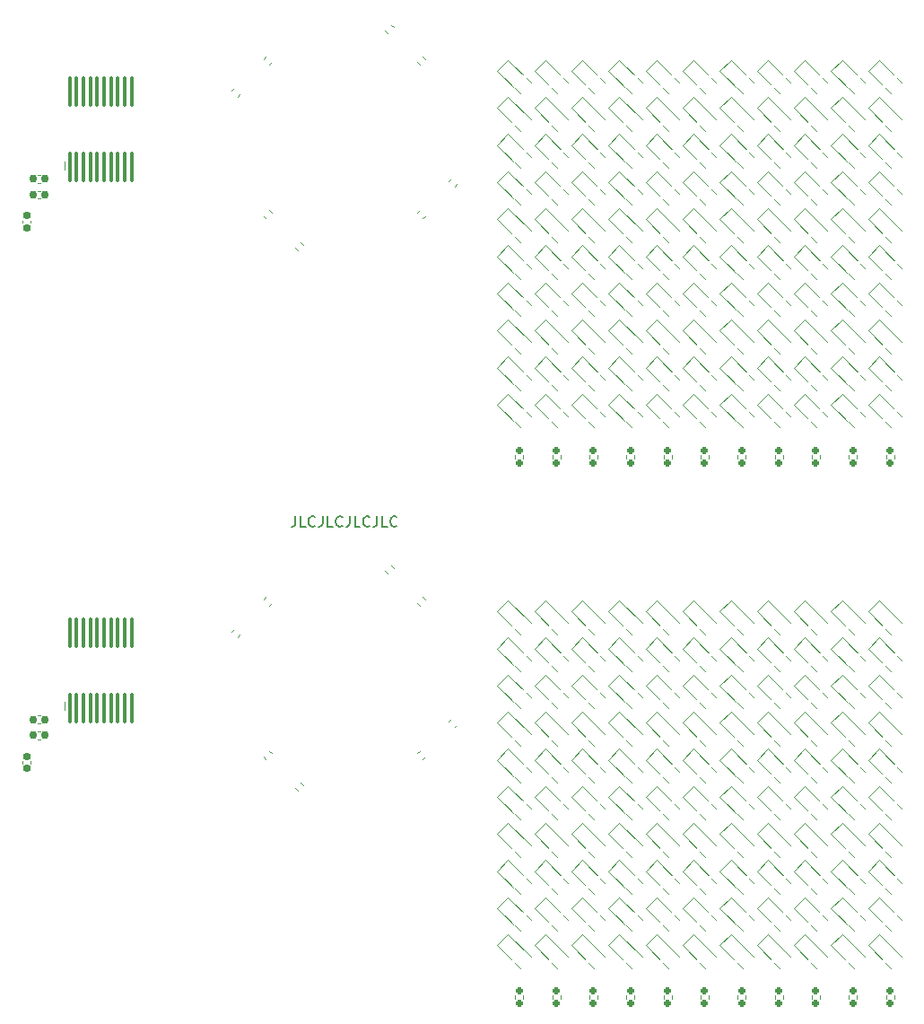
<source format=gbo>
G04 #@! TF.GenerationSoftware,KiCad,Pcbnew,(6.0.9)*
G04 #@! TF.CreationDate,2023-02-03T02:11:26-05:00*
G04 #@! TF.ProjectId,businesscard_panel,62757369-6e65-4737-9363-6172645f7061,rev?*
G04 #@! TF.SameCoordinates,Original*
G04 #@! TF.FileFunction,Legend,Bot*
G04 #@! TF.FilePolarity,Positive*
%FSLAX46Y46*%
G04 Gerber Fmt 4.6, Leading zero omitted, Abs format (unit mm)*
G04 Created by KiCad (PCBNEW (6.0.9)) date 2023-02-03 02:11:26*
%MOMM*%
%LPD*%
G01*
G04 APERTURE LIST*
G04 Aperture macros list*
%AMRoundRect*
0 Rectangle with rounded corners*
0 $1 Rounding radius*
0 $2 $3 $4 $5 $6 $7 $8 $9 X,Y pos of 4 corners*
0 Add a 4 corners polygon primitive as box body*
4,1,4,$2,$3,$4,$5,$6,$7,$8,$9,$2,$3,0*
0 Add four circle primitives for the rounded corners*
1,1,$1+$1,$2,$3*
1,1,$1+$1,$4,$5*
1,1,$1+$1,$6,$7*
1,1,$1+$1,$8,$9*
0 Add four rect primitives between the rounded corners*
20,1,$1+$1,$2,$3,$4,$5,0*
20,1,$1+$1,$4,$5,$6,$7,0*
20,1,$1+$1,$6,$7,$8,$9,0*
20,1,$1+$1,$8,$9,$2,$3,0*%
%AMRotRect*
0 Rectangle, with rotation*
0 The origin of the aperture is its center*
0 $1 length*
0 $2 width*
0 $3 Rotation angle, in degrees counterclockwise*
0 Add horizontal line*
21,1,$1,$2,0,0,$3*%
%AMFreePoly0*
4,1,15,-1.143000,0.750000,1.143000,0.750000,1.143000,-0.375000,1.127371,-0.482133,1.073293,-0.592764,0.986296,-0.679914,0.875760,-0.734183,0.768000,-0.750000,-0.768000,-0.750000,-0.875133,-0.734371,-0.985764,-0.680293,-1.072913,-0.593297,-1.127183,-0.482760,-1.143000,-0.375000,-1.143000,0.750000,-1.143000,0.750000,$1*%
%AMFreePoly1*
4,1,15,-1.143000,0.375000,-1.127371,0.482133,-1.073293,0.592764,-0.986296,0.679914,-0.875760,0.734183,-0.768000,0.750000,0.768000,0.750000,0.875133,0.734371,0.985764,0.680293,1.072913,0.593297,1.127183,0.482760,1.143000,0.375000,1.143000,-0.750000,-1.143000,-0.750000,-1.143000,0.375000,-1.143000,0.375000,$1*%
G04 Aperture macros list end*
%ADD10C,0.150000*%
%ADD11C,0.120000*%
%ADD12C,1.500000*%
%ADD13RoundRect,0.237500X-0.618718X0.282843X0.282843X-0.618718X0.618718X-0.282843X-0.282843X0.618718X0*%
%ADD14C,0.600000*%
%ADD15O,0.800000X1.500000*%
%ADD16RotRect,1.700000X1.500000X315.000000*%
%ADD17RotRect,1.700000X1.500000X45.000000*%
%ADD18RoundRect,0.100000X0.100000X-1.337500X0.100000X1.337500X-0.100000X1.337500X-0.100000X-1.337500X0*%
%ADD19RotRect,3.000000X6.000000X45.000000*%
%ADD20FreePoly0,135.000000*%
%ADD21FreePoly1,135.000000*%
%ADD22RotRect,1.700000X1.500000X225.000000*%
%ADD23R,1.700000X1.500000*%
%ADD24RotRect,1.700000X1.500000X135.000000*%
%ADD25RoundRect,0.160000X0.160000X-0.197500X0.160000X0.197500X-0.160000X0.197500X-0.160000X-0.197500X0*%
%ADD26RoundRect,0.160000X-0.026517X-0.252791X0.252791X0.026517X0.026517X0.252791X-0.252791X-0.026517X0*%
%ADD27RoundRect,0.155000X0.212500X0.155000X-0.212500X0.155000X-0.212500X-0.155000X0.212500X-0.155000X0*%
%ADD28RoundRect,0.160000X-0.252791X0.026517X0.026517X-0.252791X0.252791X-0.026517X-0.026517X0.252791X0*%
%ADD29RoundRect,0.160000X0.026517X0.252791X-0.252791X-0.026517X-0.026517X-0.252791X0.252791X0.026517X0*%
%ADD30RoundRect,0.160000X0.252791X-0.026517X-0.026517X0.252791X-0.252791X0.026517X0.026517X-0.252791X0*%
%ADD31RoundRect,0.155000X0.155000X-0.212500X0.155000X0.212500X-0.155000X0.212500X-0.155000X-0.212500X0*%
G04 APERTURE END LIST*
D10*
X127380952Y-99452380D02*
X127380952Y-100166666D01*
X127333333Y-100309523D01*
X127238095Y-100404761D01*
X127095238Y-100452380D01*
X127000000Y-100452380D01*
X128333333Y-100452380D02*
X127857142Y-100452380D01*
X127857142Y-99452380D01*
X129238095Y-100357142D02*
X129190476Y-100404761D01*
X129047619Y-100452380D01*
X128952380Y-100452380D01*
X128809523Y-100404761D01*
X128714285Y-100309523D01*
X128666666Y-100214285D01*
X128619047Y-100023809D01*
X128619047Y-99880952D01*
X128666666Y-99690476D01*
X128714285Y-99595238D01*
X128809523Y-99500000D01*
X128952380Y-99452380D01*
X129047619Y-99452380D01*
X129190476Y-99500000D01*
X129238095Y-99547619D01*
X129952380Y-99452380D02*
X129952380Y-100166666D01*
X129904761Y-100309523D01*
X129809523Y-100404761D01*
X129666666Y-100452380D01*
X129571428Y-100452380D01*
X130904761Y-100452380D02*
X130428571Y-100452380D01*
X130428571Y-99452380D01*
X131809523Y-100357142D02*
X131761904Y-100404761D01*
X131619047Y-100452380D01*
X131523809Y-100452380D01*
X131380952Y-100404761D01*
X131285714Y-100309523D01*
X131238095Y-100214285D01*
X131190476Y-100023809D01*
X131190476Y-99880952D01*
X131238095Y-99690476D01*
X131285714Y-99595238D01*
X131380952Y-99500000D01*
X131523809Y-99452380D01*
X131619047Y-99452380D01*
X131761904Y-99500000D01*
X131809523Y-99547619D01*
X132523809Y-99452380D02*
X132523809Y-100166666D01*
X132476190Y-100309523D01*
X132380952Y-100404761D01*
X132238095Y-100452380D01*
X132142857Y-100452380D01*
X133476190Y-100452380D02*
X133000000Y-100452380D01*
X133000000Y-99452380D01*
X134380952Y-100357142D02*
X134333333Y-100404761D01*
X134190476Y-100452380D01*
X134095238Y-100452380D01*
X133952380Y-100404761D01*
X133857142Y-100309523D01*
X133809523Y-100214285D01*
X133761904Y-100023809D01*
X133761904Y-99880952D01*
X133809523Y-99690476D01*
X133857142Y-99595238D01*
X133952380Y-99500000D01*
X134095238Y-99452380D01*
X134190476Y-99452380D01*
X134333333Y-99500000D01*
X134380952Y-99547619D01*
X135095238Y-99452380D02*
X135095238Y-100166666D01*
X135047619Y-100309523D01*
X134952380Y-100404761D01*
X134809523Y-100452380D01*
X134714285Y-100452380D01*
X136047619Y-100452380D02*
X135571428Y-100452380D01*
X135571428Y-99452380D01*
X136952380Y-100357142D02*
X136904761Y-100404761D01*
X136761904Y-100452380D01*
X136666666Y-100452380D01*
X136523809Y-100404761D01*
X136428571Y-100309523D01*
X136380952Y-100214285D01*
X136333333Y-100023809D01*
X136333333Y-99880952D01*
X136380952Y-99690476D01*
X136428571Y-99595238D01*
X136523809Y-99500000D01*
X136666666Y-99452380D01*
X136761904Y-99452380D01*
X136904761Y-99500000D01*
X136952380Y-99547619D01*
D11*
X168464089Y-56424642D02*
X167424642Y-57464089D01*
X170606622Y-58567175D02*
X168464089Y-56424642D01*
X167424642Y-57464089D02*
X169567175Y-59606622D01*
X171964089Y-135424642D02*
X170924642Y-136464089D01*
X174106622Y-137567175D02*
X171964089Y-135424642D01*
X170924642Y-136464089D02*
X173067175Y-138606622D01*
X182464089Y-56424642D02*
X181424642Y-57464089D01*
X181424642Y-57464089D02*
X183567175Y-59606622D01*
X184606622Y-58567175D02*
X182464089Y-56424642D01*
X181106622Y-79567175D02*
X178964089Y-77424642D01*
X177924642Y-78464089D02*
X180067175Y-80606622D01*
X178964089Y-77424642D02*
X177924642Y-78464089D01*
X167106622Y-58567175D02*
X164964089Y-56424642D01*
X163924642Y-57464089D02*
X166067175Y-59606622D01*
X164964089Y-56424642D02*
X163924642Y-57464089D01*
X153424642Y-122464089D02*
X155567175Y-124606622D01*
X154464089Y-121424642D02*
X153424642Y-122464089D01*
X156606622Y-123567175D02*
X154464089Y-121424642D01*
X171964089Y-80924642D02*
X170924642Y-81964089D01*
X174106622Y-83067175D02*
X171964089Y-80924642D01*
X170924642Y-81964089D02*
X173067175Y-84106622D01*
X164964089Y-124924642D02*
X163924642Y-125964089D01*
X163924642Y-125964089D02*
X166067175Y-128106622D01*
X167106622Y-127067175D02*
X164964089Y-124924642D01*
X160106622Y-113067175D02*
X157964089Y-110924642D01*
X156924642Y-111964089D02*
X159067175Y-114106622D01*
X157964089Y-110924642D02*
X156924642Y-111964089D01*
X154464089Y-124924642D02*
X153424642Y-125964089D01*
X153424642Y-125964089D02*
X155567175Y-128106622D01*
X156606622Y-127067175D02*
X154464089Y-124924642D01*
X181106622Y-120067175D02*
X178964089Y-117924642D01*
X177924642Y-118964089D02*
X180067175Y-121106622D01*
X178964089Y-117924642D02*
X177924642Y-118964089D01*
X170924642Y-125964089D02*
X173067175Y-128106622D01*
X174106622Y-127067175D02*
X171964089Y-124924642D01*
X171964089Y-124924642D02*
X170924642Y-125964089D01*
X161464089Y-87924642D02*
X160424642Y-88964089D01*
X160424642Y-88964089D02*
X162567175Y-91106622D01*
X163606622Y-90067175D02*
X161464089Y-87924642D01*
X178964089Y-73924642D02*
X177924642Y-74964089D01*
X181106622Y-76067175D02*
X178964089Y-73924642D01*
X177924642Y-74964089D02*
X180067175Y-77106622D01*
X163924642Y-115464089D02*
X166067175Y-117606622D01*
X164964089Y-114424642D02*
X163924642Y-115464089D01*
X167106622Y-116567175D02*
X164964089Y-114424642D01*
X174106622Y-141067175D02*
X171964089Y-138924642D01*
X170924642Y-139964089D02*
X173067175Y-142106622D01*
X171964089Y-138924642D02*
X170924642Y-139964089D01*
X175464089Y-107424642D02*
X174424642Y-108464089D01*
X177606622Y-109567175D02*
X175464089Y-107424642D01*
X174424642Y-108464089D02*
X176567175Y-110606622D01*
X146424642Y-85464089D02*
X148567175Y-87606622D01*
X149606622Y-86567175D02*
X147464089Y-84424642D01*
X147464089Y-84424642D02*
X146424642Y-85464089D01*
X149924642Y-88964089D02*
X152067175Y-91106622D01*
X150964089Y-87924642D02*
X149924642Y-88964089D01*
X153106622Y-90067175D02*
X150964089Y-87924642D01*
X163606622Y-72567175D02*
X161464089Y-70424642D01*
X161464089Y-70424642D02*
X160424642Y-71464089D01*
X160424642Y-71464089D02*
X162567175Y-73606622D01*
X153424642Y-118964089D02*
X155567175Y-121106622D01*
X156606622Y-120067175D02*
X154464089Y-117924642D01*
X154464089Y-117924642D02*
X153424642Y-118964089D01*
X177924642Y-139964089D02*
X180067175Y-142106622D01*
X181106622Y-141067175D02*
X178964089Y-138924642D01*
X178964089Y-138924642D02*
X177924642Y-139964089D01*
X163606622Y-58567175D02*
X161464089Y-56424642D01*
X161464089Y-56424642D02*
X160424642Y-57464089D01*
X160424642Y-57464089D02*
X162567175Y-59606622D01*
X175464089Y-70424642D02*
X174424642Y-71464089D01*
X174424642Y-71464089D02*
X176567175Y-73606622D01*
X177606622Y-72567175D02*
X175464089Y-70424642D01*
X163606622Y-62067175D02*
X161464089Y-59924642D01*
X161464089Y-59924642D02*
X160424642Y-60964089D01*
X160424642Y-60964089D02*
X162567175Y-63106622D01*
X160106622Y-62067175D02*
X157964089Y-59924642D01*
X156924642Y-60964089D02*
X159067175Y-63106622D01*
X157964089Y-59924642D02*
X156924642Y-60964089D01*
X181424642Y-129464089D02*
X183567175Y-131606622D01*
X184606622Y-130567175D02*
X182464089Y-128424642D01*
X182464089Y-128424642D02*
X181424642Y-129464089D01*
X170606622Y-134067175D02*
X168464089Y-131924642D01*
X167424642Y-132964089D02*
X169567175Y-135106622D01*
X168464089Y-131924642D02*
X167424642Y-132964089D01*
X181424642Y-118964089D02*
X183567175Y-121106622D01*
X182464089Y-117924642D02*
X181424642Y-118964089D01*
X184606622Y-120067175D02*
X182464089Y-117924642D01*
X171964089Y-70424642D02*
X170924642Y-71464089D01*
X174106622Y-72567175D02*
X171964089Y-70424642D01*
X170924642Y-71464089D02*
X173067175Y-73606622D01*
X164964089Y-80924642D02*
X163924642Y-81964089D01*
X167106622Y-83067175D02*
X164964089Y-80924642D01*
X163924642Y-81964089D02*
X166067175Y-84106622D01*
X170924642Y-57464089D02*
X173067175Y-59606622D01*
X174106622Y-58567175D02*
X171964089Y-56424642D01*
X171964089Y-56424642D02*
X170924642Y-57464089D01*
X149924642Y-71464089D02*
X152067175Y-73606622D01*
X150964089Y-70424642D02*
X149924642Y-71464089D01*
X153106622Y-72567175D02*
X150964089Y-70424642D01*
X168464089Y-66924642D02*
X167424642Y-67964089D01*
X167424642Y-67964089D02*
X169567175Y-70106622D01*
X170606622Y-69067175D02*
X168464089Y-66924642D01*
X163606622Y-137567175D02*
X161464089Y-135424642D01*
X160424642Y-136464089D02*
X162567175Y-138606622D01*
X161464089Y-135424642D02*
X160424642Y-136464089D01*
X174424642Y-74964089D02*
X176567175Y-77106622D01*
X175464089Y-73924642D02*
X174424642Y-74964089D01*
X177606622Y-76067175D02*
X175464089Y-73924642D01*
X164964089Y-84424642D02*
X163924642Y-85464089D01*
X167106622Y-86567175D02*
X164964089Y-84424642D01*
X163924642Y-85464089D02*
X166067175Y-87606622D01*
X164964089Y-128424642D02*
X163924642Y-129464089D01*
X167106622Y-130567175D02*
X164964089Y-128424642D01*
X163924642Y-129464089D02*
X166067175Y-131606622D01*
X177606622Y-62067175D02*
X175464089Y-59924642D01*
X175464089Y-59924642D02*
X174424642Y-60964089D01*
X174424642Y-60964089D02*
X176567175Y-63106622D01*
X160424642Y-81964089D02*
X162567175Y-84106622D01*
X161464089Y-80924642D02*
X160424642Y-81964089D01*
X163606622Y-83067175D02*
X161464089Y-80924642D01*
X154464089Y-63424642D02*
X153424642Y-64464089D01*
X153424642Y-64464089D02*
X155567175Y-66606622D01*
X156606622Y-65567175D02*
X154464089Y-63424642D01*
X174106622Y-116567175D02*
X171964089Y-114424642D01*
X171964089Y-114424642D02*
X170924642Y-115464089D01*
X170924642Y-115464089D02*
X173067175Y-117606622D01*
X160106622Y-120067175D02*
X157964089Y-117924642D01*
X156924642Y-118964089D02*
X159067175Y-121106622D01*
X157964089Y-117924642D02*
X156924642Y-118964089D01*
X182464089Y-114424642D02*
X181424642Y-115464089D01*
X181424642Y-115464089D02*
X183567175Y-117606622D01*
X184606622Y-116567175D02*
X182464089Y-114424642D01*
X167424642Y-136464089D02*
X169567175Y-138606622D01*
X170606622Y-137567175D02*
X168464089Y-135424642D01*
X168464089Y-135424642D02*
X167424642Y-136464089D01*
X167106622Y-109567175D02*
X164964089Y-107424642D01*
X163924642Y-108464089D02*
X166067175Y-110606622D01*
X164964089Y-107424642D02*
X163924642Y-108464089D01*
X153424642Y-111964089D02*
X155567175Y-114106622D01*
X154464089Y-110924642D02*
X153424642Y-111964089D01*
X156606622Y-113067175D02*
X154464089Y-110924642D01*
X146424642Y-81964089D02*
X148567175Y-84106622D01*
X147464089Y-80924642D02*
X146424642Y-81964089D01*
X149606622Y-83067175D02*
X147464089Y-80924642D01*
X154464089Y-84424642D02*
X153424642Y-85464089D01*
X156606622Y-86567175D02*
X154464089Y-84424642D01*
X153424642Y-85464089D02*
X155567175Y-87606622D01*
X182464089Y-124924642D02*
X181424642Y-125964089D01*
X184606622Y-127067175D02*
X182464089Y-124924642D01*
X181424642Y-125964089D02*
X183567175Y-128106622D01*
X163606622Y-86567175D02*
X161464089Y-84424642D01*
X160424642Y-85464089D02*
X162567175Y-87606622D01*
X161464089Y-84424642D02*
X160424642Y-85464089D01*
X167106622Y-123567175D02*
X164964089Y-121424642D01*
X164964089Y-121424642D02*
X163924642Y-122464089D01*
X163924642Y-122464089D02*
X166067175Y-124606622D01*
X177924642Y-60964089D02*
X180067175Y-63106622D01*
X178964089Y-59924642D02*
X177924642Y-60964089D01*
X181106622Y-62067175D02*
X178964089Y-59924642D01*
X146424642Y-122464089D02*
X148567175Y-124606622D01*
X147464089Y-121424642D02*
X146424642Y-122464089D01*
X149606622Y-123567175D02*
X147464089Y-121424642D01*
X105615000Y-117750000D02*
X105615000Y-117000000D01*
X149924642Y-132964089D02*
X152067175Y-135106622D01*
X153106622Y-134067175D02*
X150964089Y-131924642D01*
X150964089Y-131924642D02*
X149924642Y-132964089D01*
X181424642Y-122464089D02*
X183567175Y-124606622D01*
X184606622Y-123567175D02*
X182464089Y-121424642D01*
X182464089Y-121424642D02*
X181424642Y-122464089D01*
X160106622Y-79567175D02*
X157964089Y-77424642D01*
X156924642Y-78464089D02*
X159067175Y-80606622D01*
X157964089Y-77424642D02*
X156924642Y-78464089D01*
X163924642Y-64464089D02*
X166067175Y-66606622D01*
X164964089Y-63424642D02*
X163924642Y-64464089D01*
X167106622Y-65567175D02*
X164964089Y-63424642D01*
X153106622Y-109567175D02*
X150964089Y-107424642D01*
X149924642Y-108464089D02*
X152067175Y-110606622D01*
X150964089Y-107424642D02*
X149924642Y-108464089D01*
X181424642Y-78464089D02*
X183567175Y-80606622D01*
X184606622Y-79567175D02*
X182464089Y-77424642D01*
X182464089Y-77424642D02*
X181424642Y-78464089D01*
X156924642Y-122464089D02*
X159067175Y-124606622D01*
X160106622Y-123567175D02*
X157964089Y-121424642D01*
X157964089Y-121424642D02*
X156924642Y-122464089D01*
X181106622Y-69067175D02*
X178964089Y-66924642D01*
X177924642Y-67964089D02*
X180067175Y-70106622D01*
X178964089Y-66924642D02*
X177924642Y-67964089D01*
X168464089Y-107424642D02*
X167424642Y-108464089D01*
X170606622Y-109567175D02*
X168464089Y-107424642D01*
X167424642Y-108464089D02*
X169567175Y-110606622D01*
X171964089Y-110924642D02*
X170924642Y-111964089D01*
X170924642Y-111964089D02*
X173067175Y-114106622D01*
X174106622Y-113067175D02*
X171964089Y-110924642D01*
X174106622Y-65567175D02*
X171964089Y-63424642D01*
X171964089Y-63424642D02*
X170924642Y-64464089D01*
X170924642Y-64464089D02*
X173067175Y-66606622D01*
X156924642Y-71464089D02*
X159067175Y-73606622D01*
X160106622Y-72567175D02*
X157964089Y-70424642D01*
X157964089Y-70424642D02*
X156924642Y-71464089D01*
X160106622Y-69067175D02*
X157964089Y-66924642D01*
X156924642Y-67964089D02*
X159067175Y-70106622D01*
X157964089Y-66924642D02*
X156924642Y-67964089D01*
X163924642Y-111964089D02*
X166067175Y-114106622D01*
X164964089Y-110924642D02*
X163924642Y-111964089D01*
X167106622Y-113067175D02*
X164964089Y-110924642D01*
X153424642Y-78464089D02*
X155567175Y-80606622D01*
X154464089Y-77424642D02*
X153424642Y-78464089D01*
X156606622Y-79567175D02*
X154464089Y-77424642D01*
X153424642Y-67964089D02*
X155567175Y-70106622D01*
X156606622Y-69067175D02*
X154464089Y-66924642D01*
X154464089Y-66924642D02*
X153424642Y-67964089D01*
X154464089Y-56424642D02*
X153424642Y-57464089D01*
X156606622Y-58567175D02*
X154464089Y-56424642D01*
X153424642Y-57464089D02*
X155567175Y-59606622D01*
X146424642Y-71464089D02*
X148567175Y-73606622D01*
X147464089Y-70424642D02*
X146424642Y-71464089D01*
X149606622Y-72567175D02*
X147464089Y-70424642D01*
X161464089Y-124924642D02*
X160424642Y-125964089D01*
X160424642Y-125964089D02*
X162567175Y-128106622D01*
X163606622Y-127067175D02*
X161464089Y-124924642D01*
X153424642Y-60964089D02*
X155567175Y-63106622D01*
X154464089Y-59924642D02*
X153424642Y-60964089D01*
X156606622Y-62067175D02*
X154464089Y-59924642D01*
X161464089Y-138924642D02*
X160424642Y-139964089D01*
X160424642Y-139964089D02*
X162567175Y-142106622D01*
X163606622Y-141067175D02*
X161464089Y-138924642D01*
X167106622Y-72567175D02*
X164964089Y-70424642D01*
X164964089Y-70424642D02*
X163924642Y-71464089D01*
X163924642Y-71464089D02*
X166067175Y-73606622D01*
X149606622Y-65567175D02*
X147464089Y-63424642D01*
X147464089Y-63424642D02*
X146424642Y-64464089D01*
X146424642Y-64464089D02*
X148567175Y-66606622D01*
X147464089Y-56424642D02*
X146424642Y-57464089D01*
X149606622Y-58567175D02*
X147464089Y-56424642D01*
X146424642Y-57464089D02*
X148567175Y-59606622D01*
X149924642Y-125964089D02*
X152067175Y-128106622D01*
X150964089Y-124924642D02*
X149924642Y-125964089D01*
X153106622Y-127067175D02*
X150964089Y-124924642D01*
X146424642Y-136464089D02*
X148567175Y-138606622D01*
X149606622Y-137567175D02*
X147464089Y-135424642D01*
X147464089Y-135424642D02*
X146424642Y-136464089D01*
X170606622Y-127067175D02*
X168464089Y-124924642D01*
X168464089Y-124924642D02*
X167424642Y-125964089D01*
X167424642Y-125964089D02*
X169567175Y-128106622D01*
X181424642Y-71464089D02*
X183567175Y-73606622D01*
X184606622Y-72567175D02*
X182464089Y-70424642D01*
X182464089Y-70424642D02*
X181424642Y-71464089D01*
X177924642Y-57464089D02*
X180067175Y-59606622D01*
X181106622Y-58567175D02*
X178964089Y-56424642D01*
X178964089Y-56424642D02*
X177924642Y-57464089D01*
X182464089Y-63424642D02*
X181424642Y-64464089D01*
X181424642Y-64464089D02*
X183567175Y-66606622D01*
X184606622Y-65567175D02*
X182464089Y-63424642D01*
X181106622Y-65567175D02*
X178964089Y-63424642D01*
X178964089Y-63424642D02*
X177924642Y-64464089D01*
X177924642Y-64464089D02*
X180067175Y-66606622D01*
X171964089Y-84424642D02*
X170924642Y-85464089D01*
X174106622Y-86567175D02*
X171964089Y-84424642D01*
X170924642Y-85464089D02*
X173067175Y-87606622D01*
X149924642Y-122464089D02*
X152067175Y-124606622D01*
X150964089Y-121424642D02*
X149924642Y-122464089D01*
X153106622Y-123567175D02*
X150964089Y-121424642D01*
X150964089Y-128424642D02*
X149924642Y-129464089D01*
X149924642Y-129464089D02*
X152067175Y-131606622D01*
X153106622Y-130567175D02*
X150964089Y-128424642D01*
X167424642Y-85464089D02*
X169567175Y-87606622D01*
X170606622Y-86567175D02*
X168464089Y-84424642D01*
X168464089Y-84424642D02*
X167424642Y-85464089D01*
X178964089Y-131924642D02*
X177924642Y-132964089D01*
X181106622Y-134067175D02*
X178964089Y-131924642D01*
X177924642Y-132964089D02*
X180067175Y-135106622D01*
X164964089Y-117924642D02*
X163924642Y-118964089D01*
X163924642Y-118964089D02*
X166067175Y-121106622D01*
X167106622Y-120067175D02*
X164964089Y-117924642D01*
X171964089Y-117924642D02*
X170924642Y-118964089D01*
X170924642Y-118964089D02*
X173067175Y-121106622D01*
X174106622Y-120067175D02*
X171964089Y-117924642D01*
X170606622Y-62067175D02*
X168464089Y-59924642D01*
X168464089Y-59924642D02*
X167424642Y-60964089D01*
X167424642Y-60964089D02*
X169567175Y-63106622D01*
X177606622Y-113067175D02*
X175464089Y-110924642D01*
X175464089Y-110924642D02*
X174424642Y-111964089D01*
X174424642Y-111964089D02*
X176567175Y-114106622D01*
X163606622Y-116567175D02*
X161464089Y-114424642D01*
X161464089Y-114424642D02*
X160424642Y-115464089D01*
X160424642Y-115464089D02*
X162567175Y-117606622D01*
X182464089Y-110924642D02*
X181424642Y-111964089D01*
X181424642Y-111964089D02*
X183567175Y-114106622D01*
X184606622Y-113067175D02*
X182464089Y-110924642D01*
X174424642Y-125964089D02*
X176567175Y-128106622D01*
X175464089Y-124924642D02*
X174424642Y-125964089D01*
X177606622Y-127067175D02*
X175464089Y-124924642D01*
X178964089Y-80924642D02*
X177924642Y-81964089D01*
X181106622Y-83067175D02*
X178964089Y-80924642D01*
X177924642Y-81964089D02*
X180067175Y-84106622D01*
X168464089Y-63424642D02*
X167424642Y-64464089D01*
X167424642Y-64464089D02*
X169567175Y-66606622D01*
X170606622Y-65567175D02*
X168464089Y-63424642D01*
X146424642Y-60964089D02*
X148567175Y-63106622D01*
X149606622Y-62067175D02*
X147464089Y-59924642D01*
X147464089Y-59924642D02*
X146424642Y-60964089D01*
X163606622Y-109567175D02*
X161464089Y-107424642D01*
X161464089Y-107424642D02*
X160424642Y-108464089D01*
X160424642Y-108464089D02*
X162567175Y-110606622D01*
X147464089Y-73924642D02*
X146424642Y-74964089D01*
X149606622Y-76067175D02*
X147464089Y-73924642D01*
X146424642Y-74964089D02*
X148567175Y-77106622D01*
X154464089Y-135424642D02*
X153424642Y-136464089D01*
X156606622Y-137567175D02*
X154464089Y-135424642D01*
X153424642Y-136464089D02*
X155567175Y-138606622D01*
X160106622Y-130567175D02*
X157964089Y-128424642D01*
X156924642Y-129464089D02*
X159067175Y-131606622D01*
X157964089Y-128424642D02*
X156924642Y-129464089D01*
X164964089Y-73924642D02*
X163924642Y-74964089D01*
X163924642Y-74964089D02*
X166067175Y-77106622D01*
X167106622Y-76067175D02*
X164964089Y-73924642D01*
X160424642Y-78464089D02*
X162567175Y-80606622D01*
X161464089Y-77424642D02*
X160424642Y-78464089D01*
X163606622Y-79567175D02*
X161464089Y-77424642D01*
X171964089Y-59924642D02*
X170924642Y-60964089D01*
X170924642Y-60964089D02*
X173067175Y-63106622D01*
X174106622Y-62067175D02*
X171964089Y-59924642D01*
X175464089Y-121424642D02*
X174424642Y-122464089D01*
X174424642Y-122464089D02*
X176567175Y-124606622D01*
X177606622Y-123567175D02*
X175464089Y-121424642D01*
X182464089Y-87924642D02*
X181424642Y-88964089D01*
X181424642Y-88964089D02*
X183567175Y-91106622D01*
X184606622Y-90067175D02*
X182464089Y-87924642D01*
X105615000Y-66750000D02*
X105615000Y-66000000D01*
X167424642Y-129464089D02*
X169567175Y-131606622D01*
X170606622Y-130567175D02*
X168464089Y-128424642D01*
X168464089Y-128424642D02*
X167424642Y-129464089D01*
X168464089Y-117924642D02*
X167424642Y-118964089D01*
X167424642Y-118964089D02*
X169567175Y-121106622D01*
X170606622Y-120067175D02*
X168464089Y-117924642D01*
X154464089Y-114424642D02*
X153424642Y-115464089D01*
X153424642Y-115464089D02*
X155567175Y-117606622D01*
X156606622Y-116567175D02*
X154464089Y-114424642D01*
X164964089Y-131924642D02*
X163924642Y-132964089D01*
X167106622Y-134067175D02*
X164964089Y-131924642D01*
X163924642Y-132964089D02*
X166067175Y-135106622D01*
X175464089Y-117924642D02*
X174424642Y-118964089D01*
X174424642Y-118964089D02*
X176567175Y-121106622D01*
X177606622Y-120067175D02*
X175464089Y-117924642D01*
X147464089Y-117924642D02*
X146424642Y-118964089D01*
X149606622Y-120067175D02*
X147464089Y-117924642D01*
X146424642Y-118964089D02*
X148567175Y-121106622D01*
X150964089Y-135424642D02*
X149924642Y-136464089D01*
X153106622Y-137567175D02*
X150964089Y-135424642D01*
X149924642Y-136464089D02*
X152067175Y-138606622D01*
X156924642Y-139964089D02*
X159067175Y-142106622D01*
X160106622Y-141067175D02*
X157964089Y-138924642D01*
X157964089Y-138924642D02*
X156924642Y-139964089D01*
X167424642Y-78464089D02*
X169567175Y-80606622D01*
X170606622Y-79567175D02*
X168464089Y-77424642D01*
X168464089Y-77424642D02*
X167424642Y-78464089D01*
X156606622Y-141067175D02*
X154464089Y-138924642D01*
X154464089Y-138924642D02*
X153424642Y-139964089D01*
X153424642Y-139964089D02*
X155567175Y-142106622D01*
X163606622Y-120067175D02*
X161464089Y-117924642D01*
X160424642Y-118964089D02*
X162567175Y-121106622D01*
X161464089Y-117924642D02*
X160424642Y-118964089D01*
X170606622Y-141067175D02*
X168464089Y-138924642D01*
X168464089Y-138924642D02*
X167424642Y-139964089D01*
X167424642Y-139964089D02*
X169567175Y-142106622D01*
X182464089Y-131924642D02*
X181424642Y-132964089D01*
X184606622Y-134067175D02*
X182464089Y-131924642D01*
X181424642Y-132964089D02*
X183567175Y-135106622D01*
X157964089Y-107424642D02*
X156924642Y-108464089D01*
X160106622Y-109567175D02*
X157964089Y-107424642D01*
X156924642Y-108464089D02*
X159067175Y-110606622D01*
X170606622Y-113067175D02*
X168464089Y-110924642D01*
X168464089Y-110924642D02*
X167424642Y-111964089D01*
X167424642Y-111964089D02*
X169567175Y-114106622D01*
X154464089Y-73924642D02*
X153424642Y-74964089D01*
X153424642Y-74964089D02*
X155567175Y-77106622D01*
X156606622Y-76067175D02*
X154464089Y-73924642D01*
X156606622Y-134067175D02*
X154464089Y-131924642D01*
X153424642Y-132964089D02*
X155567175Y-135106622D01*
X154464089Y-131924642D02*
X153424642Y-132964089D01*
X160424642Y-132964089D02*
X162567175Y-135106622D01*
X161464089Y-131924642D02*
X160424642Y-132964089D01*
X163606622Y-134067175D02*
X161464089Y-131924642D01*
X170924642Y-74964089D02*
X173067175Y-77106622D01*
X174106622Y-76067175D02*
X171964089Y-73924642D01*
X171964089Y-73924642D02*
X170924642Y-74964089D01*
X177606622Y-116567175D02*
X175464089Y-114424642D01*
X175464089Y-114424642D02*
X174424642Y-115464089D01*
X174424642Y-115464089D02*
X176567175Y-117606622D01*
X167106622Y-141067175D02*
X164964089Y-138924642D01*
X164964089Y-138924642D02*
X163924642Y-139964089D01*
X163924642Y-139964089D02*
X166067175Y-142106622D01*
X164964089Y-135424642D02*
X163924642Y-136464089D01*
X167106622Y-137567175D02*
X164964089Y-135424642D01*
X163924642Y-136464089D02*
X166067175Y-138606622D01*
X175464089Y-77424642D02*
X174424642Y-78464089D01*
X177606622Y-79567175D02*
X175464089Y-77424642D01*
X174424642Y-78464089D02*
X176567175Y-80606622D01*
X170606622Y-90067175D02*
X168464089Y-87924642D01*
X168464089Y-87924642D02*
X167424642Y-88964089D01*
X167424642Y-88964089D02*
X169567175Y-91106622D01*
X175464089Y-84424642D02*
X174424642Y-85464089D01*
X174424642Y-85464089D02*
X176567175Y-87606622D01*
X177606622Y-86567175D02*
X175464089Y-84424642D01*
X149606622Y-116567175D02*
X147464089Y-114424642D01*
X147464089Y-114424642D02*
X146424642Y-115464089D01*
X146424642Y-115464089D02*
X148567175Y-117606622D01*
X149606622Y-90067175D02*
X147464089Y-87924642D01*
X147464089Y-87924642D02*
X146424642Y-88964089D01*
X146424642Y-88964089D02*
X148567175Y-91106622D01*
X160424642Y-129464089D02*
X162567175Y-131606622D01*
X161464089Y-128424642D02*
X160424642Y-129464089D01*
X163606622Y-130567175D02*
X161464089Y-128424642D01*
X149924642Y-81964089D02*
X152067175Y-84106622D01*
X153106622Y-83067175D02*
X150964089Y-80924642D01*
X150964089Y-80924642D02*
X149924642Y-81964089D01*
X163606622Y-113067175D02*
X161464089Y-110924642D01*
X161464089Y-110924642D02*
X160424642Y-111964089D01*
X160424642Y-111964089D02*
X162567175Y-114106622D01*
X170924642Y-108464089D02*
X173067175Y-110606622D01*
X174106622Y-109567175D02*
X171964089Y-107424642D01*
X171964089Y-107424642D02*
X170924642Y-108464089D01*
X160106622Y-116567175D02*
X157964089Y-114424642D01*
X157964089Y-114424642D02*
X156924642Y-115464089D01*
X156924642Y-115464089D02*
X159067175Y-117606622D01*
X149924642Y-139964089D02*
X152067175Y-142106622D01*
X150964089Y-138924642D02*
X149924642Y-139964089D01*
X153106622Y-141067175D02*
X150964089Y-138924642D01*
X163606622Y-123567175D02*
X161464089Y-121424642D01*
X161464089Y-121424642D02*
X160424642Y-122464089D01*
X160424642Y-122464089D02*
X162567175Y-124606622D01*
X177924642Y-111964089D02*
X180067175Y-114106622D01*
X178964089Y-110924642D02*
X177924642Y-111964089D01*
X181106622Y-113067175D02*
X178964089Y-110924642D01*
X175464089Y-128424642D02*
X174424642Y-129464089D01*
X177606622Y-130567175D02*
X175464089Y-128424642D01*
X174424642Y-129464089D02*
X176567175Y-131606622D01*
X157964089Y-80924642D02*
X156924642Y-81964089D01*
X156924642Y-81964089D02*
X159067175Y-84106622D01*
X160106622Y-83067175D02*
X157964089Y-80924642D01*
X181424642Y-67964089D02*
X183567175Y-70106622D01*
X182464089Y-66924642D02*
X181424642Y-67964089D01*
X184606622Y-69067175D02*
X182464089Y-66924642D01*
X164964089Y-66924642D02*
X163924642Y-67964089D01*
X163924642Y-67964089D02*
X166067175Y-70106622D01*
X167106622Y-69067175D02*
X164964089Y-66924642D01*
X150964089Y-66924642D02*
X149924642Y-67964089D01*
X149924642Y-67964089D02*
X152067175Y-70106622D01*
X153106622Y-69067175D02*
X150964089Y-66924642D01*
X160106622Y-65567175D02*
X157964089Y-63424642D01*
X157964089Y-63424642D02*
X156924642Y-64464089D01*
X156924642Y-64464089D02*
X159067175Y-66606622D01*
X177606622Y-90067175D02*
X175464089Y-87924642D01*
X175464089Y-87924642D02*
X174424642Y-88964089D01*
X174424642Y-88964089D02*
X176567175Y-91106622D01*
X182464089Y-138924642D02*
X181424642Y-139964089D01*
X181424642Y-139964089D02*
X183567175Y-142106622D01*
X184606622Y-141067175D02*
X182464089Y-138924642D01*
X153424642Y-71464089D02*
X155567175Y-73606622D01*
X154464089Y-70424642D02*
X153424642Y-71464089D01*
X156606622Y-72567175D02*
X154464089Y-70424642D01*
X147464089Y-77424642D02*
X146424642Y-78464089D01*
X146424642Y-78464089D02*
X148567175Y-80606622D01*
X149606622Y-79567175D02*
X147464089Y-77424642D01*
X175464089Y-135424642D02*
X174424642Y-136464089D01*
X174424642Y-136464089D02*
X176567175Y-138606622D01*
X177606622Y-137567175D02*
X175464089Y-135424642D01*
X170606622Y-72567175D02*
X168464089Y-70424642D01*
X168464089Y-70424642D02*
X167424642Y-71464089D01*
X167424642Y-71464089D02*
X169567175Y-73606622D01*
X171964089Y-131924642D02*
X170924642Y-132964089D01*
X174106622Y-134067175D02*
X171964089Y-131924642D01*
X170924642Y-132964089D02*
X173067175Y-135106622D01*
X174106622Y-90067175D02*
X171964089Y-87924642D01*
X170924642Y-88964089D02*
X173067175Y-91106622D01*
X171964089Y-87924642D02*
X170924642Y-88964089D01*
X177924642Y-88964089D02*
X180067175Y-91106622D01*
X181106622Y-90067175D02*
X178964089Y-87924642D01*
X178964089Y-87924642D02*
X177924642Y-88964089D01*
X177606622Y-134067175D02*
X175464089Y-131924642D01*
X175464089Y-131924642D02*
X174424642Y-132964089D01*
X174424642Y-132964089D02*
X176567175Y-135106622D01*
X181106622Y-116567175D02*
X178964089Y-114424642D01*
X178964089Y-114424642D02*
X177924642Y-115464089D01*
X177924642Y-115464089D02*
X180067175Y-117606622D01*
X177606622Y-141067175D02*
X175464089Y-138924642D01*
X175464089Y-138924642D02*
X174424642Y-139964089D01*
X174424642Y-139964089D02*
X176567175Y-142106622D01*
X157964089Y-56424642D02*
X156924642Y-57464089D01*
X160106622Y-58567175D02*
X157964089Y-56424642D01*
X156924642Y-57464089D02*
X159067175Y-59606622D01*
X171964089Y-77424642D02*
X170924642Y-78464089D01*
X174106622Y-79567175D02*
X171964089Y-77424642D01*
X170924642Y-78464089D02*
X173067175Y-80606622D01*
X154464089Y-107424642D02*
X153424642Y-108464089D01*
X156606622Y-109567175D02*
X154464089Y-107424642D01*
X153424642Y-108464089D02*
X155567175Y-110606622D01*
X146424642Y-132964089D02*
X148567175Y-135106622D01*
X147464089Y-131924642D02*
X146424642Y-132964089D01*
X149606622Y-134067175D02*
X147464089Y-131924642D01*
X150964089Y-63424642D02*
X149924642Y-64464089D01*
X153106622Y-65567175D02*
X150964089Y-63424642D01*
X149924642Y-64464089D02*
X152067175Y-66606622D01*
X171964089Y-128424642D02*
X170924642Y-129464089D01*
X174106622Y-130567175D02*
X171964089Y-128424642D01*
X170924642Y-129464089D02*
X173067175Y-131606622D01*
X150964089Y-114424642D02*
X149924642Y-115464089D01*
X153106622Y-116567175D02*
X150964089Y-114424642D01*
X149924642Y-115464089D02*
X152067175Y-117606622D01*
X168464089Y-114424642D02*
X167424642Y-115464089D01*
X167424642Y-115464089D02*
X169567175Y-117606622D01*
X170606622Y-116567175D02*
X168464089Y-114424642D01*
X182464089Y-84424642D02*
X181424642Y-85464089D01*
X184606622Y-86567175D02*
X182464089Y-84424642D01*
X181424642Y-85464089D02*
X183567175Y-87606622D01*
X160106622Y-137567175D02*
X157964089Y-135424642D01*
X157964089Y-135424642D02*
X156924642Y-136464089D01*
X156924642Y-136464089D02*
X159067175Y-138606622D01*
X156606622Y-83067175D02*
X154464089Y-80924642D01*
X153424642Y-81964089D02*
X155567175Y-84106622D01*
X154464089Y-80924642D02*
X153424642Y-81964089D01*
X146424642Y-111964089D02*
X148567175Y-114106622D01*
X149606622Y-113067175D02*
X147464089Y-110924642D01*
X147464089Y-110924642D02*
X146424642Y-111964089D01*
X177924642Y-71464089D02*
X180067175Y-73606622D01*
X181106622Y-72567175D02*
X178964089Y-70424642D01*
X178964089Y-70424642D02*
X177924642Y-71464089D01*
X170606622Y-123567175D02*
X168464089Y-121424642D01*
X168464089Y-121424642D02*
X167424642Y-122464089D01*
X167424642Y-122464089D02*
X169567175Y-124606622D01*
X171964089Y-66924642D02*
X170924642Y-67964089D01*
X170924642Y-67964089D02*
X173067175Y-70106622D01*
X174106622Y-69067175D02*
X171964089Y-66924642D01*
X156606622Y-90067175D02*
X154464089Y-87924642D01*
X154464089Y-87924642D02*
X153424642Y-88964089D01*
X153424642Y-88964089D02*
X155567175Y-91106622D01*
X160106622Y-127067175D02*
X157964089Y-124924642D01*
X156924642Y-125964089D02*
X159067175Y-128106622D01*
X157964089Y-124924642D02*
X156924642Y-125964089D01*
X171964089Y-121424642D02*
X170924642Y-122464089D01*
X174106622Y-123567175D02*
X171964089Y-121424642D01*
X170924642Y-122464089D02*
X173067175Y-124606622D01*
X160106622Y-86567175D02*
X157964089Y-84424642D01*
X157964089Y-84424642D02*
X156924642Y-85464089D01*
X156924642Y-85464089D02*
X159067175Y-87606622D01*
X150964089Y-77424642D02*
X149924642Y-78464089D01*
X149924642Y-78464089D02*
X152067175Y-80606622D01*
X153106622Y-79567175D02*
X150964089Y-77424642D01*
X150964089Y-117924642D02*
X149924642Y-118964089D01*
X149924642Y-118964089D02*
X152067175Y-121106622D01*
X153106622Y-120067175D02*
X150964089Y-117924642D01*
X182464089Y-80924642D02*
X181424642Y-81964089D01*
X184606622Y-83067175D02*
X182464089Y-80924642D01*
X181424642Y-81964089D02*
X183567175Y-84106622D01*
X170606622Y-76067175D02*
X168464089Y-73924642D01*
X168464089Y-73924642D02*
X167424642Y-74964089D01*
X167424642Y-74964089D02*
X169567175Y-77106622D01*
X157964089Y-131924642D02*
X156924642Y-132964089D01*
X156924642Y-132964089D02*
X159067175Y-135106622D01*
X160106622Y-134067175D02*
X157964089Y-131924642D01*
X149924642Y-60964089D02*
X152067175Y-63106622D01*
X150964089Y-59924642D02*
X149924642Y-60964089D01*
X153106622Y-62067175D02*
X150964089Y-59924642D01*
X175464089Y-56424642D02*
X174424642Y-57464089D01*
X177606622Y-58567175D02*
X175464089Y-56424642D01*
X174424642Y-57464089D02*
X176567175Y-59606622D01*
X153424642Y-129464089D02*
X155567175Y-131606622D01*
X154464089Y-128424642D02*
X153424642Y-129464089D01*
X156606622Y-130567175D02*
X154464089Y-128424642D01*
X160106622Y-76067175D02*
X157964089Y-73924642D01*
X156924642Y-74964089D02*
X159067175Y-77106622D01*
X157964089Y-73924642D02*
X156924642Y-74964089D01*
X147464089Y-124924642D02*
X146424642Y-125964089D01*
X149606622Y-127067175D02*
X147464089Y-124924642D01*
X146424642Y-125964089D02*
X148567175Y-128106622D01*
X150964089Y-84424642D02*
X149924642Y-85464089D01*
X153106622Y-86567175D02*
X150964089Y-84424642D01*
X149924642Y-85464089D02*
X152067175Y-87606622D01*
X163606622Y-69067175D02*
X161464089Y-66924642D01*
X160424642Y-67964089D02*
X162567175Y-70106622D01*
X161464089Y-66924642D02*
X160424642Y-67964089D01*
X177924642Y-108464089D02*
X180067175Y-110606622D01*
X181106622Y-109567175D02*
X178964089Y-107424642D01*
X178964089Y-107424642D02*
X177924642Y-108464089D01*
X149924642Y-111964089D02*
X152067175Y-114106622D01*
X150964089Y-110924642D02*
X149924642Y-111964089D01*
X153106622Y-113067175D02*
X150964089Y-110924642D01*
X167106622Y-90067175D02*
X164964089Y-87924642D01*
X164964089Y-87924642D02*
X163924642Y-88964089D01*
X163924642Y-88964089D02*
X166067175Y-91106622D01*
X175464089Y-66924642D02*
X174424642Y-67964089D01*
X174424642Y-67964089D02*
X176567175Y-70106622D01*
X177606622Y-69067175D02*
X175464089Y-66924642D01*
X177606622Y-65567175D02*
X175464089Y-63424642D01*
X175464089Y-63424642D02*
X174424642Y-64464089D01*
X174424642Y-64464089D02*
X176567175Y-66606622D01*
X163924642Y-60964089D02*
X166067175Y-63106622D01*
X164964089Y-59924642D02*
X163924642Y-60964089D01*
X167106622Y-62067175D02*
X164964089Y-59924642D01*
X182464089Y-107424642D02*
X181424642Y-108464089D01*
X181424642Y-108464089D02*
X183567175Y-110606622D01*
X184606622Y-109567175D02*
X182464089Y-107424642D01*
X147464089Y-128424642D02*
X146424642Y-129464089D01*
X146424642Y-129464089D02*
X148567175Y-131606622D01*
X149606622Y-130567175D02*
X147464089Y-128424642D01*
X163606622Y-65567175D02*
X161464089Y-63424642D01*
X161464089Y-63424642D02*
X160424642Y-64464089D01*
X160424642Y-64464089D02*
X162567175Y-66606622D01*
X164964089Y-77424642D02*
X163924642Y-78464089D01*
X167106622Y-79567175D02*
X164964089Y-77424642D01*
X163924642Y-78464089D02*
X166067175Y-80606622D01*
X177606622Y-83067175D02*
X175464089Y-80924642D01*
X175464089Y-80924642D02*
X174424642Y-81964089D01*
X174424642Y-81964089D02*
X176567175Y-84106622D01*
X147464089Y-66924642D02*
X146424642Y-67964089D01*
X149606622Y-69067175D02*
X147464089Y-66924642D01*
X146424642Y-67964089D02*
X148567175Y-70106622D01*
X149924642Y-74964089D02*
X152067175Y-77106622D01*
X150964089Y-73924642D02*
X149924642Y-74964089D01*
X153106622Y-76067175D02*
X150964089Y-73924642D01*
X178964089Y-124924642D02*
X177924642Y-125964089D01*
X181106622Y-127067175D02*
X178964089Y-124924642D01*
X177924642Y-125964089D02*
X180067175Y-128106622D01*
X182464089Y-59924642D02*
X181424642Y-60964089D01*
X181424642Y-60964089D02*
X183567175Y-63106622D01*
X184606622Y-62067175D02*
X182464089Y-59924642D01*
X177924642Y-122464089D02*
X180067175Y-124606622D01*
X181106622Y-123567175D02*
X178964089Y-121424642D01*
X178964089Y-121424642D02*
X177924642Y-122464089D01*
X182464089Y-73924642D02*
X181424642Y-74964089D01*
X184606622Y-76067175D02*
X182464089Y-73924642D01*
X181424642Y-74964089D02*
X183567175Y-77106622D01*
X177924642Y-136464089D02*
X180067175Y-138606622D01*
X178964089Y-135424642D02*
X177924642Y-136464089D01*
X181106622Y-137567175D02*
X178964089Y-135424642D01*
X161464089Y-73924642D02*
X160424642Y-74964089D01*
X160424642Y-74964089D02*
X162567175Y-77106622D01*
X163606622Y-76067175D02*
X161464089Y-73924642D01*
X156924642Y-88964089D02*
X159067175Y-91106622D01*
X160106622Y-90067175D02*
X157964089Y-87924642D01*
X157964089Y-87924642D02*
X156924642Y-88964089D01*
X181106622Y-130567175D02*
X178964089Y-128424642D01*
X177924642Y-129464089D02*
X180067175Y-131606622D01*
X178964089Y-128424642D02*
X177924642Y-129464089D01*
X177924642Y-85464089D02*
X180067175Y-87606622D01*
X178964089Y-84424642D02*
X177924642Y-85464089D01*
X181106622Y-86567175D02*
X178964089Y-84424642D01*
X153106622Y-58567175D02*
X150964089Y-56424642D01*
X149924642Y-57464089D02*
X152067175Y-59606622D01*
X150964089Y-56424642D02*
X149924642Y-57464089D01*
X147464089Y-107424642D02*
X146424642Y-108464089D01*
X149606622Y-109567175D02*
X147464089Y-107424642D01*
X146424642Y-108464089D02*
X148567175Y-110606622D01*
X149606622Y-141067175D02*
X147464089Y-138924642D01*
X147464089Y-138924642D02*
X146424642Y-139964089D01*
X146424642Y-139964089D02*
X148567175Y-142106622D01*
X182464089Y-135424642D02*
X181424642Y-136464089D01*
X184606622Y-137567175D02*
X182464089Y-135424642D01*
X181424642Y-136464089D02*
X183567175Y-138606622D01*
X170606622Y-83067175D02*
X168464089Y-80924642D01*
X167424642Y-81964089D02*
X169567175Y-84106622D01*
X168464089Y-80924642D02*
X167424642Y-81964089D01*
X159380000Y-145017621D02*
X159380000Y-144682379D01*
X158620000Y-145017621D02*
X158620000Y-144682379D01*
X180380000Y-145017621D02*
X180380000Y-144682379D01*
X179620000Y-145017621D02*
X179620000Y-144682379D01*
X176120000Y-94017621D02*
X176120000Y-93682379D01*
X176880000Y-94017621D02*
X176880000Y-93682379D01*
X155120000Y-145017621D02*
X155120000Y-144682379D01*
X155880000Y-145017621D02*
X155880000Y-144682379D01*
X165620000Y-145017621D02*
X165620000Y-144682379D01*
X166380000Y-145017621D02*
X166380000Y-144682379D01*
X142400175Y-119387227D02*
X142637227Y-119150175D01*
X141862773Y-118849825D02*
X142099825Y-118612773D01*
X159380000Y-94017621D02*
X159380000Y-93682379D01*
X158620000Y-94017621D02*
X158620000Y-93682379D01*
X173380000Y-145017621D02*
X173380000Y-144682379D01*
X172620000Y-145017621D02*
X172620000Y-144682379D01*
X148120000Y-94017621D02*
X148120000Y-93682379D01*
X148880000Y-94017621D02*
X148880000Y-93682379D01*
X103315835Y-119790000D02*
X103084165Y-119790000D01*
X103315835Y-120510000D02*
X103084165Y-120510000D01*
X124900175Y-70612773D02*
X125137227Y-70849825D01*
X124362773Y-71150175D02*
X124599825Y-71387227D01*
X162880000Y-145017621D02*
X162880000Y-144682379D01*
X162120000Y-145017621D02*
X162120000Y-144682379D01*
X122137227Y-59650175D02*
X121900175Y-59887227D01*
X121599825Y-59112773D02*
X121362773Y-59349825D01*
X180380000Y-94017621D02*
X180380000Y-93682379D01*
X179620000Y-94017621D02*
X179620000Y-93682379D01*
X127900175Y-73612773D02*
X128137227Y-73849825D01*
X127362773Y-74150175D02*
X127599825Y-74387227D01*
X169120000Y-94017621D02*
X169120000Y-93682379D01*
X169880000Y-94017621D02*
X169880000Y-93682379D01*
X136637227Y-53349825D02*
X136400175Y-53112773D01*
X136099825Y-53887227D02*
X135862773Y-53650175D01*
X162880000Y-94017621D02*
X162880000Y-93682379D01*
X162120000Y-94017621D02*
X162120000Y-93682379D01*
X136637227Y-104349825D02*
X136400175Y-104112773D01*
X136099825Y-104887227D02*
X135862773Y-104650175D01*
X139400175Y-71387227D02*
X139637227Y-71150175D01*
X138862773Y-70849825D02*
X139099825Y-70612773D01*
X152380000Y-94017621D02*
X152380000Y-93682379D01*
X151620000Y-94017621D02*
X151620000Y-93682379D01*
X127900175Y-124612773D02*
X128137227Y-124849825D01*
X127362773Y-125150175D02*
X127599825Y-125387227D01*
X183880000Y-145017621D02*
X183880000Y-144682379D01*
X183120000Y-145017621D02*
X183120000Y-144682379D01*
X122137227Y-110650175D02*
X121900175Y-110887227D01*
X121599825Y-110112773D02*
X121362773Y-110349825D01*
X103315835Y-119010000D02*
X103084165Y-119010000D01*
X103315835Y-118290000D02*
X103084165Y-118290000D01*
X102360000Y-122798335D02*
X102360000Y-122566665D01*
X101640000Y-122798335D02*
X101640000Y-122566665D01*
X102360000Y-71798335D02*
X102360000Y-71566665D01*
X101640000Y-71798335D02*
X101640000Y-71566665D01*
X124599825Y-56112773D02*
X124362773Y-56349825D01*
X125137227Y-56650175D02*
X124900175Y-56887227D01*
X173380000Y-94017621D02*
X173380000Y-93682379D01*
X172620000Y-94017621D02*
X172620000Y-93682379D01*
X139637227Y-107349825D02*
X139400175Y-107112773D01*
X139099825Y-107887227D02*
X138862773Y-107650175D01*
X183880000Y-94017621D02*
X183880000Y-93682379D01*
X183120000Y-94017621D02*
X183120000Y-93682379D01*
X139637227Y-56349825D02*
X139400175Y-56112773D01*
X139099825Y-56887227D02*
X138862773Y-56650175D01*
X169120000Y-145017621D02*
X169120000Y-144682379D01*
X169880000Y-145017621D02*
X169880000Y-144682379D01*
X103315835Y-68010000D02*
X103084165Y-68010000D01*
X103315835Y-67290000D02*
X103084165Y-67290000D01*
X148120000Y-145017621D02*
X148120000Y-144682379D01*
X148880000Y-145017621D02*
X148880000Y-144682379D01*
X176120000Y-145017621D02*
X176120000Y-144682379D01*
X176880000Y-145017621D02*
X176880000Y-144682379D01*
X124900175Y-121612773D02*
X125137227Y-121849825D01*
X124362773Y-122150175D02*
X124599825Y-122387227D01*
X124599825Y-107112773D02*
X124362773Y-107349825D01*
X125137227Y-107650175D02*
X124900175Y-107887227D01*
X152380000Y-145017621D02*
X152380000Y-144682379D01*
X151620000Y-145017621D02*
X151620000Y-144682379D01*
X165620000Y-94017621D02*
X165620000Y-93682379D01*
X166380000Y-94017621D02*
X166380000Y-93682379D01*
X103315835Y-68790000D02*
X103084165Y-68790000D01*
X103315835Y-69510000D02*
X103084165Y-69510000D01*
X155120000Y-94017621D02*
X155120000Y-93682379D01*
X155880000Y-94017621D02*
X155880000Y-93682379D01*
X139400175Y-122387227D02*
X139637227Y-122150175D01*
X138862773Y-121849825D02*
X139099825Y-121612773D01*
X142400175Y-68387227D02*
X142637227Y-68150175D01*
X141862773Y-67849825D02*
X142099825Y-67612773D01*
%LPC*%
D12*
X169500000Y-58500000D03*
D13*
X168633794Y-57633794D03*
X170366206Y-59366206D03*
D12*
X173000000Y-137500000D03*
D13*
X172133794Y-136633794D03*
X173866206Y-138366206D03*
D12*
X183500000Y-58500000D03*
D13*
X182633794Y-57633794D03*
X184366206Y-59366206D03*
D12*
X180000000Y-79500000D03*
D13*
X179133794Y-78633794D03*
X180866206Y-80366206D03*
D12*
X166000000Y-58500000D03*
D13*
X165133794Y-57633794D03*
X166866206Y-59366206D03*
D12*
X155500000Y-123500000D03*
D13*
X154633794Y-122633794D03*
X156366206Y-124366206D03*
D12*
X173000000Y-83000000D03*
D13*
X172133794Y-82133794D03*
X173866206Y-83866206D03*
D12*
X166000000Y-127000000D03*
D13*
X165133794Y-126133794D03*
X166866206Y-127866206D03*
D12*
X159000000Y-113000000D03*
D13*
X158133794Y-112133794D03*
X159866206Y-113866206D03*
D12*
X155500000Y-127000000D03*
D13*
X154633794Y-126133794D03*
X156366206Y-127866206D03*
D12*
X180000000Y-120000000D03*
D13*
X179133794Y-119133794D03*
X180866206Y-120866206D03*
D12*
X173000000Y-127000000D03*
D13*
X172133794Y-126133794D03*
X173866206Y-127866206D03*
D14*
X116270000Y-103155000D03*
X117540000Y-103155000D03*
X113730000Y-103155000D03*
X112460000Y-103155000D03*
X115000000Y-103155000D03*
D15*
X116905000Y-102000000D03*
X115635000Y-102000000D03*
X114365000Y-102000000D03*
X113095000Y-102000000D03*
D12*
X162500000Y-90000000D03*
D13*
X161633794Y-89133794D03*
X163366206Y-90866206D03*
D12*
X180000000Y-76000000D03*
D13*
X179133794Y-75133794D03*
X180866206Y-76866206D03*
D16*
X136550431Y-110472004D03*
X142277996Y-116199569D03*
X133722004Y-113300431D03*
X139449569Y-119027996D03*
D12*
X166000000Y-116500000D03*
D13*
X165133794Y-115633794D03*
X166866206Y-117366206D03*
D12*
X173000000Y-141000000D03*
D13*
X172133794Y-140133794D03*
X173866206Y-141866206D03*
D12*
X176500000Y-109500000D03*
D13*
X175633794Y-108633794D03*
X177366206Y-110366206D03*
D12*
X148500000Y-86500000D03*
D13*
X147633794Y-85633794D03*
X149366206Y-87366206D03*
D12*
X152000000Y-90000000D03*
D13*
X151133794Y-89133794D03*
X152866206Y-90866206D03*
D12*
X162500000Y-72500000D03*
D13*
X161633794Y-71633794D03*
X163366206Y-73366206D03*
D12*
X155500000Y-120000000D03*
D13*
X154633794Y-119133794D03*
X156366206Y-120866206D03*
D12*
X180000000Y-141000000D03*
D13*
X179133794Y-140133794D03*
X180866206Y-141866206D03*
D17*
X133449569Y-53472004D03*
X127722004Y-59199569D03*
X136277996Y-56300431D03*
X130550431Y-62027996D03*
D12*
X162500000Y-58500000D03*
D13*
X161633794Y-57633794D03*
X163366206Y-59366206D03*
D12*
X176500000Y-72500000D03*
D13*
X175633794Y-71633794D03*
X177366206Y-73366206D03*
D12*
X162500000Y-62000000D03*
D13*
X161633794Y-61133794D03*
X163366206Y-62866206D03*
D12*
X159000000Y-62000000D03*
D13*
X158133794Y-61133794D03*
X159866206Y-62866206D03*
D12*
X183500000Y-130500000D03*
D13*
X182633794Y-129633794D03*
X184366206Y-131366206D03*
D12*
X169500000Y-134000000D03*
D13*
X168633794Y-133133794D03*
X170366206Y-134866206D03*
D12*
X183500000Y-120000000D03*
D13*
X182633794Y-119133794D03*
X184366206Y-120866206D03*
D12*
X173000000Y-72500000D03*
D13*
X172133794Y-71633794D03*
X173866206Y-73366206D03*
D12*
X166000000Y-83000000D03*
D13*
X165133794Y-82133794D03*
X166866206Y-83866206D03*
D16*
X136550431Y-59472004D03*
X142277996Y-65199569D03*
X133722004Y-62300431D03*
X139449569Y-68027996D03*
D12*
X173000000Y-58500000D03*
D13*
X172133794Y-57633794D03*
X173866206Y-59366206D03*
D12*
X152000000Y-72500000D03*
D13*
X151133794Y-71633794D03*
X152866206Y-73366206D03*
D12*
X169500000Y-69000000D03*
D13*
X168633794Y-68133794D03*
X170366206Y-69866206D03*
D12*
X162500000Y-137500000D03*
D13*
X161633794Y-136633794D03*
X163366206Y-138366206D03*
D12*
X176500000Y-76000000D03*
D13*
X175633794Y-75133794D03*
X177366206Y-76866206D03*
D12*
X166000000Y-86500000D03*
D13*
X165133794Y-85633794D03*
X166866206Y-87366206D03*
D12*
X166000000Y-130500000D03*
D13*
X165133794Y-129633794D03*
X166866206Y-131366206D03*
D12*
X176500000Y-62000000D03*
D13*
X175633794Y-61133794D03*
X177366206Y-62866206D03*
D12*
X162500000Y-83000000D03*
D13*
X161633794Y-82133794D03*
X163366206Y-83866206D03*
D12*
X155500000Y-65500000D03*
D13*
X154633794Y-64633794D03*
X156366206Y-66366206D03*
D12*
X173000000Y-116500000D03*
D13*
X172133794Y-115633794D03*
X173866206Y-117366206D03*
D12*
X159000000Y-120000000D03*
D13*
X158133794Y-119133794D03*
X159866206Y-120866206D03*
D12*
X183500000Y-116500000D03*
D13*
X182633794Y-115633794D03*
X184366206Y-117366206D03*
D12*
X169500000Y-137500000D03*
D13*
X168633794Y-136633794D03*
X170366206Y-138366206D03*
D12*
X166000000Y-109500000D03*
D13*
X165133794Y-108633794D03*
X166866206Y-110366206D03*
D12*
X155500000Y-113000000D03*
D13*
X154633794Y-112133794D03*
X156366206Y-113866206D03*
D12*
X148500000Y-83000000D03*
D13*
X147633794Y-82133794D03*
X149366206Y-83866206D03*
D12*
X155500000Y-86500000D03*
D13*
X154633794Y-85633794D03*
X156366206Y-87366206D03*
D12*
X183500000Y-127000000D03*
D13*
X182633794Y-126133794D03*
X184366206Y-127866206D03*
D12*
X162500000Y-86500000D03*
D13*
X161633794Y-85633794D03*
X163366206Y-87366206D03*
D12*
X166000000Y-123500000D03*
D13*
X165133794Y-122633794D03*
X166866206Y-124366206D03*
D12*
X180000000Y-62000000D03*
D13*
X179133794Y-61133794D03*
X180866206Y-62866206D03*
D12*
X148500000Y-123500000D03*
D13*
X147633794Y-122633794D03*
X149366206Y-124366206D03*
D18*
X106075000Y-117562500D03*
X106725000Y-117562500D03*
X107375000Y-117562500D03*
X108025000Y-117562500D03*
X108675000Y-117562500D03*
X109325000Y-117562500D03*
X109975000Y-117562500D03*
X110625000Y-117562500D03*
X111275000Y-117562500D03*
X111925000Y-117562500D03*
X111925000Y-110437500D03*
X111275000Y-110437500D03*
X110625000Y-110437500D03*
X109975000Y-110437500D03*
X109325000Y-110437500D03*
X108675000Y-110437500D03*
X108025000Y-110437500D03*
X107375000Y-110437500D03*
X106725000Y-110437500D03*
X106075000Y-110437500D03*
D12*
X152000000Y-134000000D03*
D13*
X151133794Y-133133794D03*
X152866206Y-134866206D03*
D12*
X183500000Y-123500000D03*
D13*
X182633794Y-122633794D03*
X184366206Y-124366206D03*
D12*
X159000000Y-79500000D03*
D13*
X158133794Y-78633794D03*
X159866206Y-80366206D03*
D12*
X166000000Y-65500000D03*
D13*
X165133794Y-64633794D03*
X166866206Y-66366206D03*
D12*
X152000000Y-109500000D03*
D13*
X151133794Y-108633794D03*
X152866206Y-110366206D03*
D12*
X183500000Y-79500000D03*
D13*
X182633794Y-78633794D03*
X184366206Y-80366206D03*
D12*
X159000000Y-123500000D03*
D13*
X158133794Y-122633794D03*
X159866206Y-124366206D03*
D12*
X180000000Y-69000000D03*
D13*
X179133794Y-68133794D03*
X180866206Y-69866206D03*
D12*
X169500000Y-109500000D03*
D13*
X168633794Y-108633794D03*
X170366206Y-110366206D03*
D12*
X173000000Y-113000000D03*
D13*
X172133794Y-112133794D03*
X173866206Y-113866206D03*
D12*
X173000000Y-65500000D03*
D13*
X172133794Y-64633794D03*
X173866206Y-66366206D03*
D12*
X159000000Y-72500000D03*
D13*
X158133794Y-71633794D03*
X159866206Y-73366206D03*
D12*
X159000000Y-69000000D03*
D13*
X158133794Y-68133794D03*
X159866206Y-69866206D03*
D12*
X166000000Y-113000000D03*
D13*
X165133794Y-112133794D03*
X166866206Y-113866206D03*
D12*
X155500000Y-79500000D03*
D13*
X154633794Y-78633794D03*
X156366206Y-80366206D03*
D12*
X155500000Y-69000000D03*
D13*
X154633794Y-68133794D03*
X156366206Y-69866206D03*
D12*
X155500000Y-58500000D03*
D13*
X154633794Y-57633794D03*
X156366206Y-59366206D03*
D12*
X148500000Y-72500000D03*
D13*
X147633794Y-71633794D03*
X149366206Y-73366206D03*
D12*
X162500000Y-127000000D03*
D13*
X161633794Y-126133794D03*
X163366206Y-127866206D03*
D12*
X155500000Y-62000000D03*
D13*
X154633794Y-61133794D03*
X156366206Y-62866206D03*
D12*
X162500000Y-141000000D03*
D13*
X161633794Y-140133794D03*
X163366206Y-141866206D03*
D12*
X166000000Y-72500000D03*
D13*
X165133794Y-71633794D03*
X166866206Y-73366206D03*
D12*
X148500000Y-65500000D03*
D13*
X147633794Y-64633794D03*
X149366206Y-66366206D03*
D12*
X148500000Y-58500000D03*
D13*
X147633794Y-57633794D03*
X149366206Y-59366206D03*
D12*
X152000000Y-127000000D03*
D13*
X151133794Y-126133794D03*
X152866206Y-127866206D03*
D12*
X148500000Y-137500000D03*
D13*
X147633794Y-136633794D03*
X149366206Y-138366206D03*
D12*
X169500000Y-127000000D03*
D13*
X168633794Y-126133794D03*
X170366206Y-127866206D03*
D12*
X183500000Y-72500000D03*
D13*
X182633794Y-71633794D03*
X184366206Y-73366206D03*
D12*
X180000000Y-58500000D03*
D13*
X179133794Y-57633794D03*
X180866206Y-59366206D03*
D12*
X183500000Y-65500000D03*
D13*
X182633794Y-64633794D03*
X184366206Y-66366206D03*
D12*
X180000000Y-65500000D03*
D13*
X179133794Y-64633794D03*
X180866206Y-66366206D03*
D12*
X173000000Y-86500000D03*
D13*
X172133794Y-85633794D03*
X173866206Y-87366206D03*
D19*
X119659902Y-130340098D03*
X103750000Y-146250000D03*
D12*
X152000000Y-123500000D03*
D13*
X151133794Y-122633794D03*
X152866206Y-124366206D03*
D12*
X152000000Y-130500000D03*
D13*
X151133794Y-129633794D03*
X152866206Y-131366206D03*
D12*
X169500000Y-86500000D03*
D13*
X168633794Y-85633794D03*
X170366206Y-87366206D03*
D12*
X180000000Y-134000000D03*
D13*
X179133794Y-133133794D03*
X180866206Y-134866206D03*
D12*
X166000000Y-120000000D03*
D13*
X165133794Y-119133794D03*
X166866206Y-120866206D03*
D12*
X173000000Y-120000000D03*
D13*
X172133794Y-119133794D03*
X173866206Y-120866206D03*
D12*
X169500000Y-62000000D03*
D13*
X168633794Y-61133794D03*
X170366206Y-62866206D03*
D12*
X176500000Y-113000000D03*
D13*
X175633794Y-112133794D03*
X177366206Y-113866206D03*
D12*
X162500000Y-116500000D03*
D13*
X161633794Y-115633794D03*
X163366206Y-117366206D03*
D12*
X183500000Y-113000000D03*
D13*
X182633794Y-112133794D03*
X184366206Y-113866206D03*
D12*
X176500000Y-127000000D03*
D13*
X175633794Y-126133794D03*
X177366206Y-127866206D03*
D12*
X180000000Y-83000000D03*
D13*
X179133794Y-82133794D03*
X180866206Y-83866206D03*
D12*
X169500000Y-65500000D03*
D13*
X168633794Y-64633794D03*
X170366206Y-66366206D03*
D12*
X148500000Y-62000000D03*
D13*
X147633794Y-61133794D03*
X149366206Y-62866206D03*
D20*
X106444544Y-124055456D03*
D21*
X102555456Y-127944544D03*
D12*
X162500000Y-109500000D03*
D13*
X161633794Y-108633794D03*
X163366206Y-110366206D03*
D12*
X148500000Y-76000000D03*
D13*
X147633794Y-75133794D03*
X149366206Y-76866206D03*
D12*
X155500000Y-137500000D03*
D13*
X154633794Y-136633794D03*
X156366206Y-138366206D03*
D12*
X159000000Y-130500000D03*
D13*
X158133794Y-129633794D03*
X159866206Y-131366206D03*
D12*
X166000000Y-76000000D03*
D13*
X165133794Y-75133794D03*
X166866206Y-76866206D03*
D12*
X162500000Y-79500000D03*
D13*
X161633794Y-78633794D03*
X163366206Y-80366206D03*
D12*
X173000000Y-62000000D03*
D13*
X172133794Y-61133794D03*
X173866206Y-62866206D03*
D12*
X176500000Y-123500000D03*
D13*
X175633794Y-122633794D03*
X177366206Y-124366206D03*
D12*
X183500000Y-90000000D03*
D13*
X182633794Y-89133794D03*
X184366206Y-90866206D03*
D18*
X106075000Y-66562500D03*
X106725000Y-66562500D03*
X107375000Y-66562500D03*
X108025000Y-66562500D03*
X108675000Y-66562500D03*
X109325000Y-66562500D03*
X109975000Y-66562500D03*
X110625000Y-66562500D03*
X111275000Y-66562500D03*
X111925000Y-66562500D03*
X111925000Y-59437500D03*
X111275000Y-59437500D03*
X110625000Y-59437500D03*
X109975000Y-59437500D03*
X109325000Y-59437500D03*
X108675000Y-59437500D03*
X108025000Y-59437500D03*
X107375000Y-59437500D03*
X106725000Y-59437500D03*
X106075000Y-59437500D03*
D12*
X169500000Y-130500000D03*
D13*
X168633794Y-129633794D03*
X170366206Y-131366206D03*
D12*
X169500000Y-120000000D03*
D13*
X168633794Y-119133794D03*
X170366206Y-120866206D03*
D12*
X155500000Y-116500000D03*
D13*
X154633794Y-115633794D03*
X156366206Y-117366206D03*
D19*
X119659902Y-79340098D03*
X103750000Y-95250000D03*
D12*
X166000000Y-134000000D03*
D13*
X165133794Y-133133794D03*
X166866206Y-134866206D03*
D22*
X136277996Y-119300431D03*
X130550431Y-125027996D03*
X133449569Y-116472004D03*
X127722004Y-122199569D03*
D17*
X133449569Y-104472004D03*
X127722004Y-110199569D03*
X136277996Y-107300431D03*
X130550431Y-113027996D03*
D12*
X176500000Y-120000000D03*
D13*
X175633794Y-119133794D03*
X177366206Y-120866206D03*
D12*
X148500000Y-120000000D03*
D13*
X147633794Y-119133794D03*
X149366206Y-120866206D03*
D12*
X152000000Y-137500000D03*
D13*
X151133794Y-136633794D03*
X152866206Y-138366206D03*
D12*
X159000000Y-141000000D03*
D13*
X158133794Y-140133794D03*
X159866206Y-141866206D03*
D12*
X169500000Y-79500000D03*
D13*
X168633794Y-78633794D03*
X170366206Y-80366206D03*
D23*
X131950000Y-92750000D03*
X140050000Y-92750000D03*
X131950000Y-88750000D03*
X140050000Y-88750000D03*
D24*
X127449569Y-68027996D03*
X121722004Y-62300431D03*
X124550431Y-59472004D03*
X130277996Y-65199569D03*
D12*
X155500000Y-141000000D03*
D13*
X154633794Y-140133794D03*
X156366206Y-141866206D03*
D12*
X162500000Y-120000000D03*
D13*
X161633794Y-119133794D03*
X163366206Y-120866206D03*
D12*
X169500000Y-141000000D03*
D13*
X168633794Y-140133794D03*
X170366206Y-141866206D03*
D12*
X183500000Y-134000000D03*
D13*
X182633794Y-133133794D03*
X184366206Y-134866206D03*
D12*
X159000000Y-109500000D03*
D13*
X158133794Y-108633794D03*
X159866206Y-110366206D03*
D12*
X169500000Y-113000000D03*
D13*
X168633794Y-112133794D03*
X170366206Y-113866206D03*
D12*
X155500000Y-76000000D03*
D13*
X154633794Y-75133794D03*
X156366206Y-76866206D03*
D12*
X155500000Y-134000000D03*
D13*
X154633794Y-133133794D03*
X156366206Y-134866206D03*
D12*
X162500000Y-134000000D03*
D13*
X161633794Y-133133794D03*
X163366206Y-134866206D03*
D12*
X173000000Y-76000000D03*
D13*
X172133794Y-75133794D03*
X173866206Y-76866206D03*
D12*
X176500000Y-116500000D03*
D13*
X175633794Y-115633794D03*
X177366206Y-117366206D03*
D12*
X166000000Y-141000000D03*
D13*
X165133794Y-140133794D03*
X166866206Y-141866206D03*
D12*
X166000000Y-137500000D03*
D13*
X165133794Y-136633794D03*
X166866206Y-138366206D03*
D12*
X176500000Y-79500000D03*
D13*
X175633794Y-78633794D03*
X177366206Y-80366206D03*
D12*
X169500000Y-90000000D03*
D13*
X168633794Y-89133794D03*
X170366206Y-90866206D03*
D12*
X176500000Y-86500000D03*
D13*
X175633794Y-85633794D03*
X177366206Y-87366206D03*
D12*
X148500000Y-116500000D03*
D13*
X147633794Y-115633794D03*
X149366206Y-117366206D03*
D12*
X148500000Y-90000000D03*
D13*
X147633794Y-89133794D03*
X149366206Y-90866206D03*
D12*
X162500000Y-130500000D03*
D13*
X161633794Y-129633794D03*
X163366206Y-131366206D03*
D12*
X152000000Y-83000000D03*
D13*
X151133794Y-82133794D03*
X152866206Y-83866206D03*
D12*
X162500000Y-113000000D03*
D13*
X161633794Y-112133794D03*
X163366206Y-113866206D03*
D12*
X173000000Y-109500000D03*
D13*
X172133794Y-108633794D03*
X173866206Y-110366206D03*
D12*
X159000000Y-116500000D03*
D13*
X158133794Y-115633794D03*
X159866206Y-117366206D03*
D12*
X152000000Y-141000000D03*
D13*
X151133794Y-140133794D03*
X152866206Y-141866206D03*
D12*
X162500000Y-123500000D03*
D13*
X161633794Y-122633794D03*
X163366206Y-124366206D03*
D23*
X131950000Y-143750000D03*
X140050000Y-143750000D03*
X131950000Y-139750000D03*
X140050000Y-139750000D03*
D12*
X180000000Y-113000000D03*
D13*
X179133794Y-112133794D03*
X180866206Y-113866206D03*
D12*
X176500000Y-130500000D03*
D13*
X175633794Y-129633794D03*
X177366206Y-131366206D03*
D12*
X159000000Y-83000000D03*
D13*
X158133794Y-82133794D03*
X159866206Y-83866206D03*
D12*
X183500000Y-69000000D03*
D13*
X182633794Y-68133794D03*
X184366206Y-69866206D03*
D12*
X166000000Y-69000000D03*
D13*
X165133794Y-68133794D03*
X166866206Y-69866206D03*
D12*
X152000000Y-69000000D03*
D13*
X151133794Y-68133794D03*
X152866206Y-69866206D03*
D12*
X159000000Y-65500000D03*
D13*
X158133794Y-64633794D03*
X159866206Y-66366206D03*
D12*
X176500000Y-90000000D03*
D13*
X175633794Y-89133794D03*
X177366206Y-90866206D03*
D12*
X183500000Y-141000000D03*
D13*
X182633794Y-140133794D03*
X184366206Y-141866206D03*
D12*
X155500000Y-72500000D03*
D13*
X154633794Y-71633794D03*
X156366206Y-73366206D03*
D20*
X106444544Y-73055456D03*
D21*
X102555456Y-76944544D03*
D12*
X148500000Y-79500000D03*
D13*
X147633794Y-78633794D03*
X149366206Y-80366206D03*
D12*
X176500000Y-137500000D03*
D13*
X175633794Y-136633794D03*
X177366206Y-138366206D03*
D12*
X169500000Y-72500000D03*
D13*
X168633794Y-71633794D03*
X170366206Y-73366206D03*
D12*
X173000000Y-134000000D03*
D13*
X172133794Y-133133794D03*
X173866206Y-134866206D03*
D12*
X173000000Y-90000000D03*
D13*
X172133794Y-89133794D03*
X173866206Y-90866206D03*
D12*
X180000000Y-90000000D03*
D13*
X179133794Y-89133794D03*
X180866206Y-90866206D03*
D12*
X176500000Y-134000000D03*
D13*
X175633794Y-133133794D03*
X177366206Y-134866206D03*
D12*
X180000000Y-116500000D03*
D13*
X179133794Y-115633794D03*
X180866206Y-117366206D03*
D12*
X176500000Y-141000000D03*
D13*
X175633794Y-140133794D03*
X177366206Y-141866206D03*
D12*
X159000000Y-58500000D03*
D13*
X158133794Y-57633794D03*
X159866206Y-59366206D03*
D12*
X173000000Y-79500000D03*
D13*
X172133794Y-78633794D03*
X173866206Y-80366206D03*
D22*
X136277996Y-68300431D03*
X130550431Y-74027996D03*
X133449569Y-65472004D03*
X127722004Y-71199569D03*
D12*
X155500000Y-109500000D03*
D13*
X154633794Y-108633794D03*
X156366206Y-110366206D03*
D12*
X148500000Y-134000000D03*
D13*
X147633794Y-133133794D03*
X149366206Y-134866206D03*
D12*
X152000000Y-65500000D03*
D13*
X151133794Y-64633794D03*
X152866206Y-66366206D03*
D12*
X173000000Y-130500000D03*
D13*
X172133794Y-129633794D03*
X173866206Y-131366206D03*
D12*
X152000000Y-116500000D03*
D13*
X151133794Y-115633794D03*
X152866206Y-117366206D03*
D12*
X169500000Y-116500000D03*
D13*
X168633794Y-115633794D03*
X170366206Y-117366206D03*
D14*
X116270000Y-52155000D03*
X117540000Y-52155000D03*
X113730000Y-52155000D03*
X112460000Y-52155000D03*
X115000000Y-52155000D03*
D15*
X116905000Y-51000000D03*
X115635000Y-51000000D03*
X114365000Y-51000000D03*
X113095000Y-51000000D03*
D12*
X183500000Y-86500000D03*
D13*
X182633794Y-85633794D03*
X184366206Y-87366206D03*
D12*
X159000000Y-137500000D03*
D13*
X158133794Y-136633794D03*
X159866206Y-138366206D03*
D12*
X155500000Y-83000000D03*
D13*
X154633794Y-82133794D03*
X156366206Y-83866206D03*
D12*
X148500000Y-113000000D03*
D13*
X147633794Y-112133794D03*
X149366206Y-113866206D03*
D12*
X180000000Y-72500000D03*
D13*
X179133794Y-71633794D03*
X180866206Y-73366206D03*
D23*
X138050000Y-134750000D03*
X129950000Y-134750000D03*
X129950000Y-130750000D03*
X138050000Y-130750000D03*
D12*
X169500000Y-123500000D03*
D13*
X168633794Y-122633794D03*
X170366206Y-124366206D03*
D12*
X173000000Y-69000000D03*
D13*
X172133794Y-68133794D03*
X173866206Y-69866206D03*
D12*
X155500000Y-90000000D03*
D13*
X154633794Y-89133794D03*
X156366206Y-90866206D03*
D12*
X159000000Y-127000000D03*
D13*
X158133794Y-126133794D03*
X159866206Y-127866206D03*
D12*
X173000000Y-123500000D03*
D13*
X172133794Y-122633794D03*
X173866206Y-124366206D03*
D12*
X159000000Y-86500000D03*
D13*
X158133794Y-85633794D03*
X159866206Y-87366206D03*
D12*
X152000000Y-79500000D03*
D13*
X151133794Y-78633794D03*
X152866206Y-80366206D03*
D12*
X152000000Y-120000000D03*
D13*
X151133794Y-119133794D03*
X152866206Y-120866206D03*
D12*
X183500000Y-83000000D03*
D13*
X182633794Y-82133794D03*
X184366206Y-83866206D03*
D12*
X169500000Y-76000000D03*
D13*
X168633794Y-75133794D03*
X170366206Y-76866206D03*
D12*
X159000000Y-134000000D03*
D13*
X158133794Y-133133794D03*
X159866206Y-134866206D03*
D12*
X152000000Y-62000000D03*
D13*
X151133794Y-61133794D03*
X152866206Y-62866206D03*
D12*
X176500000Y-58500000D03*
D13*
X175633794Y-57633794D03*
X177366206Y-59366206D03*
D12*
X155500000Y-130500000D03*
D13*
X154633794Y-129633794D03*
X156366206Y-131366206D03*
D12*
X159000000Y-76000000D03*
D13*
X158133794Y-75133794D03*
X159866206Y-76866206D03*
D12*
X148500000Y-127000000D03*
D13*
X147633794Y-126133794D03*
X149366206Y-127866206D03*
D12*
X152000000Y-86500000D03*
D13*
X151133794Y-85633794D03*
X152866206Y-87366206D03*
D12*
X162500000Y-69000000D03*
D13*
X161633794Y-68133794D03*
X163366206Y-69866206D03*
D12*
X180000000Y-109500000D03*
D13*
X179133794Y-108633794D03*
X180866206Y-110366206D03*
D12*
X152000000Y-113000000D03*
D13*
X151133794Y-112133794D03*
X152866206Y-113866206D03*
D12*
X166000000Y-90000000D03*
D13*
X165133794Y-89133794D03*
X166866206Y-90866206D03*
D23*
X138050000Y-83750000D03*
X129950000Y-83750000D03*
X129950000Y-79750000D03*
X138050000Y-79750000D03*
D12*
X176500000Y-69000000D03*
D13*
X175633794Y-68133794D03*
X177366206Y-69866206D03*
D12*
X176500000Y-65500000D03*
D13*
X175633794Y-64633794D03*
X177366206Y-66366206D03*
D12*
X166000000Y-62000000D03*
D13*
X165133794Y-61133794D03*
X166866206Y-62866206D03*
D12*
X183500000Y-109500000D03*
D13*
X182633794Y-108633794D03*
X184366206Y-110366206D03*
D12*
X148500000Y-130500000D03*
D13*
X147633794Y-129633794D03*
X149366206Y-131366206D03*
D12*
X162500000Y-65500000D03*
D13*
X161633794Y-64633794D03*
X163366206Y-66366206D03*
D12*
X166000000Y-79500000D03*
D13*
X165133794Y-78633794D03*
X166866206Y-80366206D03*
D12*
X176500000Y-83000000D03*
D13*
X175633794Y-82133794D03*
X177366206Y-83866206D03*
D12*
X148500000Y-69000000D03*
D13*
X147633794Y-68133794D03*
X149366206Y-69866206D03*
D12*
X152000000Y-76000000D03*
D13*
X151133794Y-75133794D03*
X152866206Y-76866206D03*
D12*
X180000000Y-127000000D03*
D13*
X179133794Y-126133794D03*
X180866206Y-127866206D03*
D24*
X127449569Y-119027996D03*
X121722004Y-113300431D03*
X124550431Y-110472004D03*
X130277996Y-116199569D03*
D12*
X183500000Y-62000000D03*
D13*
X182633794Y-61133794D03*
X184366206Y-62866206D03*
D12*
X180000000Y-123500000D03*
D13*
X179133794Y-122633794D03*
X180866206Y-124366206D03*
D12*
X183500000Y-76000000D03*
D13*
X182633794Y-75133794D03*
X184366206Y-76866206D03*
D12*
X180000000Y-137500000D03*
D13*
X179133794Y-136633794D03*
X180866206Y-138366206D03*
D12*
X162500000Y-76000000D03*
D13*
X161633794Y-75133794D03*
X163366206Y-76866206D03*
D12*
X159000000Y-90000000D03*
D13*
X158133794Y-89133794D03*
X159866206Y-90866206D03*
D12*
X180000000Y-130500000D03*
D13*
X179133794Y-129633794D03*
X180866206Y-131366206D03*
D12*
X180000000Y-86500000D03*
D13*
X179133794Y-85633794D03*
X180866206Y-87366206D03*
D12*
X152000000Y-58500000D03*
D13*
X151133794Y-57633794D03*
X152866206Y-59366206D03*
D12*
X148500000Y-109500000D03*
D13*
X147633794Y-108633794D03*
X149366206Y-110366206D03*
D12*
X148500000Y-141000000D03*
D13*
X147633794Y-140133794D03*
X149366206Y-141866206D03*
D12*
X183500000Y-137500000D03*
D13*
X182633794Y-136633794D03*
X184366206Y-138366206D03*
D12*
X169500000Y-83000000D03*
D13*
X168633794Y-82133794D03*
X170366206Y-83866206D03*
D25*
X159000000Y-145447500D03*
X159000000Y-144252500D03*
X180000000Y-145447500D03*
X180000000Y-144252500D03*
X176500000Y-94447500D03*
X176500000Y-93252500D03*
X155500000Y-145447500D03*
X155500000Y-144252500D03*
X166000000Y-145447500D03*
X166000000Y-144252500D03*
D26*
X141827504Y-119422496D03*
X142672496Y-118577504D03*
D25*
X159000000Y-94447500D03*
X159000000Y-93252500D03*
X173000000Y-145447500D03*
X173000000Y-144252500D03*
X148500000Y-94447500D03*
X148500000Y-93252500D03*
D27*
X103767500Y-120150000D03*
X102632500Y-120150000D03*
D28*
X124327504Y-70577504D03*
X125172496Y-71422496D03*
D25*
X162500000Y-145447500D03*
X162500000Y-144252500D03*
D29*
X122172496Y-59077504D03*
X121327504Y-59922496D03*
D25*
X180000000Y-94447500D03*
X180000000Y-93252500D03*
D28*
X127327504Y-73577504D03*
X128172496Y-74422496D03*
D25*
X169500000Y-94447500D03*
X169500000Y-93252500D03*
D30*
X136672496Y-53922496D03*
X135827504Y-53077504D03*
D25*
X162500000Y-94447500D03*
X162500000Y-93252500D03*
D30*
X136672496Y-104922496D03*
X135827504Y-104077504D03*
D26*
X138827504Y-71422496D03*
X139672496Y-70577504D03*
D25*
X152000000Y-94447500D03*
X152000000Y-93252500D03*
D28*
X127327504Y-124577504D03*
X128172496Y-125422496D03*
D25*
X183500000Y-145447500D03*
X183500000Y-144252500D03*
D29*
X122172496Y-110077504D03*
X121327504Y-110922496D03*
D27*
X103767500Y-118650000D03*
X102632500Y-118650000D03*
D31*
X102000000Y-123250000D03*
X102000000Y-122115000D03*
X102000000Y-72250000D03*
X102000000Y-71115000D03*
D29*
X125172496Y-56077504D03*
X124327504Y-56922496D03*
D25*
X173000000Y-94447500D03*
X173000000Y-93252500D03*
D30*
X139672496Y-107922496D03*
X138827504Y-107077504D03*
D25*
X183500000Y-94447500D03*
X183500000Y-93252500D03*
D30*
X139672496Y-56922496D03*
X138827504Y-56077504D03*
D25*
X169500000Y-145447500D03*
X169500000Y-144252500D03*
D27*
X103767500Y-67650000D03*
X102632500Y-67650000D03*
D25*
X148500000Y-145447500D03*
X148500000Y-144252500D03*
X176500000Y-145447500D03*
X176500000Y-144252500D03*
D28*
X124327504Y-121577504D03*
X125172496Y-122422496D03*
D29*
X125172496Y-107077504D03*
X124327504Y-107922496D03*
D25*
X152000000Y-145447500D03*
X152000000Y-144252500D03*
X166000000Y-94447500D03*
X166000000Y-93252500D03*
D27*
X103767500Y-69150000D03*
X102632500Y-69150000D03*
D25*
X155500000Y-94447500D03*
X155500000Y-93252500D03*
D26*
X138827504Y-122422496D03*
X139672496Y-121577504D03*
X141827504Y-68422496D03*
X142672496Y-67577504D03*
M02*

</source>
